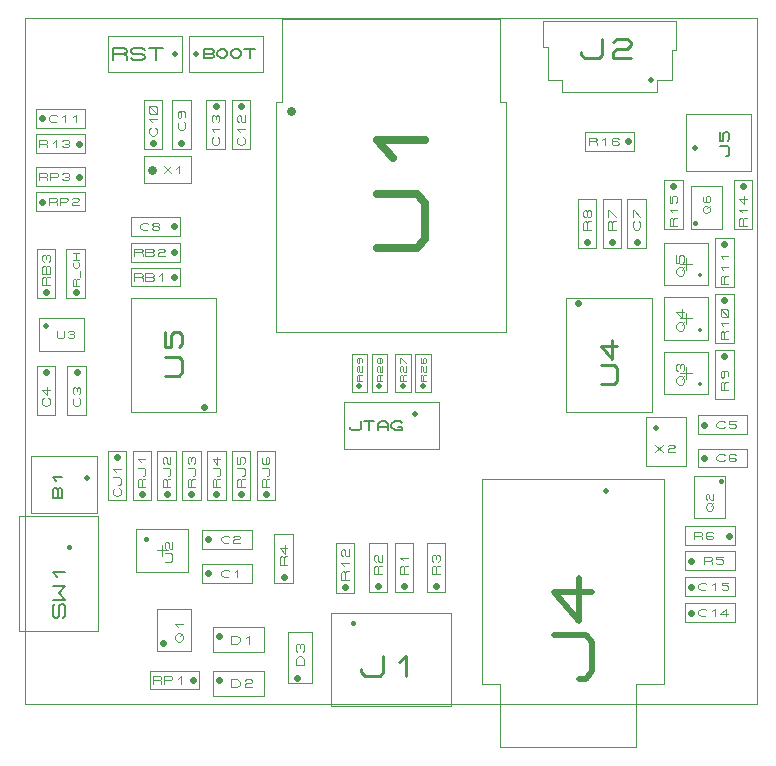
<source format=gbr>
G04 PROTEUS GERBER X2 FILE*
%TF.GenerationSoftware,Labcenter,Proteus,8.17-SP5-Build39395*%
%TF.CreationDate,2025-01-31T21:13:05+00:00*%
%TF.FileFunction,AssemblyDrawing,Top*%
%TF.FilePolarity,Positive*%
%TF.Part,Single*%
%TF.SameCoordinates,{25d9a88a-2623-41a1-bce1-36a6f26497cc}*%
%FSLAX45Y45*%
%MOMM*%
G01*
%TA.AperFunction,Material*%
%ADD142C,0.009910*%
%ADD143C,0.460000*%
%ADD144C,0.283560*%
%ADD52C,0.101600*%
%ADD145C,0.609600*%
%ADD146C,0.114600*%
%ADD147C,0.050000*%
%ADD148C,0.436880*%
%ADD149C,0.108080*%
%ADD150C,0.800000*%
%ADD151C,0.678500*%
%ADD152C,0.571500*%
%ADD153C,0.234820*%
%ADD154C,0.103120*%
%ADD155C,0.480000*%
%ADD156C,0.542260*%
%ADD56C,0.100000*%
%ADD157C,0.400000*%
%ADD158C,0.172830*%
%ADD159C,0.540000*%
%ADD160C,0.131700*%
%ADD161C,0.560000*%
%ADD162C,0.116610*%
%ADD163C,0.502920*%
%ADD164C,0.093040*%
%ADD165C,0.081280*%
%ADD166C,0.500000*%
%ADD167C,0.169640*%
%ADD168C,0.128000*%
%ADD169C,0.720000*%
%ADD170C,0.093780*%
%ADD171C,0.375920*%
%ADD172C,0.267400*%
%TA.AperFunction,Profile*%
%ADD46C,0.101600*%
%TA.AperFunction,Material*%
%ADD173C,0.508000*%
%ADD174C,0.076200*%
%ADD175C,0.129170*%
%ADD176C,0.520000*%
%ADD177C,0.107300*%
%TD.AperFunction*%
D142*
X+2588000Y+768000D02*
X+3612000Y+768000D01*
X+3612000Y-17000D01*
X+2588000Y-17000D01*
X+2588000Y+768000D01*
D143*
X+2780000Y+680000D02*
X+2780000Y+680000D01*
D144*
X+2844792Y+291397D02*
X+2844792Y+263040D01*
X+2876693Y+234684D01*
X+3004297Y+234684D01*
X+3036198Y+263040D01*
X+3036198Y+404823D01*
X+3163802Y+348110D02*
X+3227604Y+404823D01*
X+3227604Y+234684D01*
D52*
X+1596675Y+434920D02*
X+2025575Y+434920D01*
X+2025575Y+646200D01*
X+1596675Y+646200D01*
X+1596675Y+434920D01*
D145*
X+1641125Y+570000D02*
X+1641125Y+570000D01*
D146*
X+1745448Y+506179D02*
X+1745448Y+574941D01*
X+1797019Y+574941D01*
X+1822804Y+552020D01*
X+1822804Y+529100D01*
X+1797019Y+506179D01*
X+1745448Y+506179D01*
X+1874375Y+552020D02*
X+1900161Y+574941D01*
X+1900161Y+506179D01*
D147*
X+944388Y+1116008D02*
X+1384388Y+1116008D01*
X+1384388Y+1476008D01*
X+944388Y+1476008D01*
X+944388Y+1116008D01*
X+1164388Y+1346008D02*
X+1164388Y+1246008D01*
X+1214388Y+1296008D02*
X+1114388Y+1296008D01*
D148*
X+1024388Y+1391008D02*
X+1024388Y+1391008D01*
D149*
X+1184136Y+1198736D02*
X+1238176Y+1198736D01*
X+1248984Y+1210895D01*
X+1248984Y+1259531D01*
X+1238176Y+1271690D01*
X+1184136Y+1271690D01*
X+1194944Y+1308167D02*
X+1184136Y+1320326D01*
X+1184136Y+1356803D01*
X+1194944Y+1368962D01*
X+1205752Y+1368962D01*
X+1216560Y+1356803D01*
X+1216560Y+1320326D01*
X+1227368Y+1308167D01*
X+1248984Y+1308167D01*
X+1248984Y+1368962D01*
D147*
X+2175000Y+5794000D02*
X+4025000Y+5794000D01*
X+4025000Y+5094000D01*
X+4075000Y+5094000D01*
X+4075000Y+3143990D01*
X+2125000Y+3143990D01*
X+2125000Y+5094000D01*
X+2175000Y+5094000D01*
X+2175000Y+5794000D01*
D150*
X+2250000Y+5020000D02*
X+2250000Y+5020000D01*
D151*
X+2980199Y+3858342D02*
X+3319451Y+3858342D01*
X+3387302Y+3934673D01*
X+3387302Y+4240000D01*
X+3319451Y+4316331D01*
X+2980199Y+4316331D01*
X+3115900Y+4621658D02*
X+2980199Y+4774321D01*
X+3387302Y+4774321D01*
D52*
X+4583050Y+2467900D02*
X+5306950Y+2467900D01*
X+5306950Y+3433100D01*
X+4583050Y+3433100D01*
X+4583050Y+2467900D01*
D152*
X+4684650Y+3395000D02*
X+4684650Y+3395000D01*
D153*
X+4874553Y+2705823D02*
X+4991965Y+2705823D01*
X+5015447Y+2732240D01*
X+5015447Y+2837910D01*
X+4991965Y+2864328D01*
X+4874553Y+2864328D01*
X+4968482Y+3075668D02*
X+4968482Y+2917163D01*
X+4874553Y+3022833D01*
X+5015447Y+3022833D01*
D52*
X+3131260Y+940370D02*
X+3288740Y+940370D01*
X+3288740Y+1356930D01*
X+3131260Y+1356930D01*
X+3131260Y+940370D01*
D145*
X+3210000Y+991170D02*
X+3210000Y+991170D01*
D154*
X+3240938Y+1096479D02*
X+3179063Y+1096479D01*
X+3179063Y+1154485D01*
X+3189376Y+1166087D01*
X+3199688Y+1166087D01*
X+3210000Y+1154485D01*
X+3210000Y+1096479D01*
X+3210000Y+1154485D02*
X+3220313Y+1166087D01*
X+3240938Y+1166087D01*
X+3199688Y+1212492D02*
X+3179063Y+1235695D01*
X+3240938Y+1235695D01*
D52*
X+2911260Y+940370D02*
X+3068740Y+940370D01*
X+3068740Y+1356930D01*
X+2911260Y+1356930D01*
X+2911260Y+940370D01*
D145*
X+2990000Y+991170D02*
X+2990000Y+991170D01*
D154*
X+3020938Y+1096479D02*
X+2959063Y+1096479D01*
X+2959063Y+1154485D01*
X+2969376Y+1166087D01*
X+2979688Y+1166087D01*
X+2990000Y+1154485D01*
X+2990000Y+1096479D01*
X+2990000Y+1154485D02*
X+3000313Y+1166087D01*
X+3020938Y+1166087D01*
X+2969376Y+1200891D02*
X+2959063Y+1212492D01*
X+2959063Y+1247296D01*
X+2969376Y+1258898D01*
X+2979688Y+1258898D01*
X+2990000Y+1247296D01*
X+2990000Y+1212492D01*
X+3000313Y+1200891D01*
X+3020938Y+1200891D01*
X+3020938Y+1258898D01*
D52*
X+4891260Y+3856720D02*
X+5048740Y+3856720D01*
X+5048740Y+4273280D01*
X+4891260Y+4273280D01*
X+4891260Y+3856720D01*
D145*
X+4970000Y+3907520D02*
X+4970000Y+3907520D01*
D154*
X+5000938Y+4012829D02*
X+4939063Y+4012829D01*
X+4939063Y+4070835D01*
X+4949376Y+4082437D01*
X+4959688Y+4082437D01*
X+4970000Y+4070835D01*
X+4970000Y+4012829D01*
X+4970000Y+4070835D02*
X+4980313Y+4082437D01*
X+5000938Y+4082437D01*
X+4939063Y+4117241D02*
X+4939063Y+4175248D01*
X+4949376Y+4175248D01*
X+5000938Y+4117241D01*
D52*
X+4681260Y+3856720D02*
X+4838740Y+3856720D01*
X+4838740Y+4273280D01*
X+4681260Y+4273280D01*
X+4681260Y+3856720D01*
D145*
X+4760000Y+3907520D02*
X+4760000Y+3907520D01*
D154*
X+4790938Y+4012829D02*
X+4729063Y+4012829D01*
X+4729063Y+4070835D01*
X+4739376Y+4082437D01*
X+4749688Y+4082437D01*
X+4760000Y+4070835D01*
X+4760000Y+4012829D01*
X+4760000Y+4070835D02*
X+4770313Y+4082437D01*
X+4790938Y+4082437D01*
X+4760000Y+4128842D02*
X+4749688Y+4117241D01*
X+4739376Y+4117241D01*
X+4729063Y+4128842D01*
X+4729063Y+4163646D01*
X+4739376Y+4175248D01*
X+4749688Y+4175248D01*
X+4760000Y+4163646D01*
X+4760000Y+4128842D01*
X+4770313Y+4117241D01*
X+4780625Y+4117241D01*
X+4790938Y+4128842D01*
X+4790938Y+4163646D01*
X+4780625Y+4175248D01*
X+4770313Y+4175248D01*
X+4760000Y+4163646D01*
D147*
X+3872000Y+1898000D02*
X+5410000Y+1898000D01*
X+5410000Y+167000D01*
X+5173000Y+167000D01*
X+5173000Y-372000D01*
X+4023000Y-372000D01*
X+4023000Y+167000D01*
X+3872000Y+167000D01*
X+3872000Y+1898000D01*
D155*
X+4917000Y+1798000D02*
X+4917000Y+1798000D01*
D156*
X+4695227Y+211709D02*
X+4749454Y+211709D01*
X+4803681Y+272714D01*
X+4803681Y+516734D01*
X+4749454Y+577739D01*
X+4478320Y+577739D01*
X+4695227Y+1065780D02*
X+4695227Y+699750D01*
X+4478320Y+943770D01*
X+4803681Y+943770D01*
D52*
X+3401260Y+940370D02*
X+3558740Y+940370D01*
X+3558740Y+1356930D01*
X+3401260Y+1356930D01*
X+3401260Y+940370D01*
D145*
X+3480000Y+991170D02*
X+3480000Y+991170D01*
D154*
X+3510938Y+1096479D02*
X+3449063Y+1096479D01*
X+3449063Y+1154485D01*
X+3459376Y+1166087D01*
X+3469688Y+1166087D01*
X+3480000Y+1154485D01*
X+3480000Y+1096479D01*
X+3480000Y+1154485D02*
X+3490313Y+1166087D01*
X+3510938Y+1166087D01*
X+3459376Y+1200891D02*
X+3449063Y+1212492D01*
X+3449063Y+1247296D01*
X+3459376Y+1258898D01*
X+3469688Y+1258898D01*
X+3480000Y+1247296D01*
X+3490313Y+1258898D01*
X+3500625Y+1258898D01*
X+3510938Y+1247296D01*
X+3510938Y+1212492D01*
X+3500625Y+1200891D01*
X+3480000Y+1224094D02*
X+3480000Y+1247296D01*
D52*
X+2111260Y+1020370D02*
X+2268740Y+1020370D01*
X+2268740Y+1436930D01*
X+2111260Y+1436930D01*
X+2111260Y+1020370D01*
D145*
X+2190000Y+1071170D02*
X+2190000Y+1071170D01*
D154*
X+2220938Y+1176479D02*
X+2159063Y+1176479D01*
X+2159063Y+1234485D01*
X+2169376Y+1246087D01*
X+2179688Y+1246087D01*
X+2190000Y+1234485D01*
X+2190000Y+1176479D01*
X+2190000Y+1234485D02*
X+2200313Y+1246087D01*
X+2220938Y+1246087D01*
X+2200313Y+1338898D02*
X+2200313Y+1269290D01*
X+2159063Y+1315695D01*
X+2220938Y+1315695D01*
D56*
X-49120Y+615000D02*
X+620880Y+615000D01*
X+620880Y+1585000D01*
X-49120Y+1585000D01*
X-49120Y+615000D01*
D157*
X+370880Y+1325000D02*
X+370880Y+1325000D01*
D158*
X+320447Y+724175D02*
X+337731Y+743618D01*
X+337731Y+821393D01*
X+320447Y+840837D01*
X+303164Y+840837D01*
X+285880Y+821393D01*
X+285880Y+743618D01*
X+268597Y+724175D01*
X+251314Y+724175D01*
X+234030Y+743618D01*
X+234030Y+821393D01*
X+251314Y+840837D01*
X+234030Y+879725D02*
X+337731Y+879725D01*
X+285880Y+938056D01*
X+337731Y+996387D01*
X+234030Y+996387D01*
X+268597Y+1074162D02*
X+234030Y+1113050D01*
X+337731Y+1113050D01*
D52*
X+51608Y+1616060D02*
X+607100Y+1616060D01*
X+607100Y+2096060D01*
X+51608Y+2096060D01*
X+51608Y+1616060D01*
D159*
X+529600Y+1906060D02*
X+529600Y+1906060D01*
D160*
X+316615Y+1737529D02*
X+237594Y+1737529D01*
X+237594Y+1811610D01*
X+250764Y+1826427D01*
X+263934Y+1826427D01*
X+277104Y+1811610D01*
X+290275Y+1826427D01*
X+303445Y+1826427D01*
X+316615Y+1811610D01*
X+316615Y+1737529D01*
X+277104Y+1737529D02*
X+277104Y+1811610D01*
X+263934Y+1885692D02*
X+237594Y+1915325D01*
X+316615Y+1915325D01*
D52*
X+1120616Y+443834D02*
X+1410608Y+443834D01*
X+1410608Y+803834D01*
X+1120616Y+803834D01*
X+1120616Y+443834D01*
D161*
X+1170616Y+513834D02*
X+1170616Y+513834D01*
D162*
X+1292951Y+518883D02*
X+1269628Y+545120D01*
X+1269628Y+571358D01*
X+1292951Y+597596D01*
X+1316273Y+597596D01*
X+1339596Y+571358D01*
X+1339596Y+545120D01*
X+1316273Y+518883D01*
X+1292951Y+518883D01*
X+1316273Y+571358D02*
X+1339596Y+597596D01*
X+1292951Y+650071D02*
X+1269628Y+676309D01*
X+1339596Y+676309D01*
D52*
X+1596675Y+64920D02*
X+2025575Y+64920D01*
X+2025575Y+276200D01*
X+1596675Y+276200D01*
X+1596675Y+64920D01*
D145*
X+1641125Y+200000D02*
X+1641125Y+200000D01*
D146*
X+1745448Y+136179D02*
X+1745448Y+204941D01*
X+1797019Y+204941D01*
X+1822804Y+182020D01*
X+1822804Y+159100D01*
X+1797019Y+136179D01*
X+1745448Y+136179D01*
X+1861482Y+193481D02*
X+1874375Y+204941D01*
X+1913053Y+204941D01*
X+1925946Y+193481D01*
X+1925946Y+182020D01*
X+1913053Y+170560D01*
X+1874375Y+170560D01*
X+1861482Y+159100D01*
X+1861482Y+136179D01*
X+1925946Y+136179D01*
D52*
X+1057332Y+121260D02*
X+1473892Y+121260D01*
X+1473892Y+278740D01*
X+1057332Y+278740D01*
X+1057332Y+121260D01*
D145*
X+1423092Y+200000D02*
X+1423092Y+200000D01*
D154*
X+1085756Y+169062D02*
X+1085756Y+230937D01*
X+1143762Y+230937D01*
X+1155364Y+220624D01*
X+1155364Y+210312D01*
X+1143762Y+200000D01*
X+1085756Y+200000D01*
X+1143762Y+200000D02*
X+1155364Y+189687D01*
X+1155364Y+169062D01*
X+1178567Y+169062D02*
X+1178567Y+230937D01*
X+1236573Y+230937D01*
X+1248175Y+220624D01*
X+1248175Y+210312D01*
X+1236573Y+200000D01*
X+1178567Y+200000D01*
X+1294580Y+210312D02*
X+1317783Y+230937D01*
X+1317783Y+169062D01*
D52*
X+1503358Y+1022268D02*
X+1919918Y+1022268D01*
X+1919918Y+1179748D01*
X+1503358Y+1179748D01*
X+1503358Y+1022268D01*
D145*
X+1554158Y+1101008D02*
X+1554158Y+1101008D01*
D154*
X+1729075Y+1080383D02*
X+1717473Y+1070070D01*
X+1682669Y+1070070D01*
X+1659467Y+1090695D01*
X+1659467Y+1111320D01*
X+1682669Y+1131945D01*
X+1717473Y+1131945D01*
X+1729075Y+1121632D01*
X+1775480Y+1111320D02*
X+1798683Y+1131945D01*
X+1798683Y+1070070D01*
D52*
X+1503358Y+1312268D02*
X+1919918Y+1312268D01*
X+1919918Y+1469748D01*
X+1503358Y+1469748D01*
X+1503358Y+1312268D01*
D145*
X+1554158Y+1391008D02*
X+1554158Y+1391008D01*
D154*
X+1729075Y+1370383D02*
X+1717473Y+1360070D01*
X+1682669Y+1360070D01*
X+1659467Y+1380695D01*
X+1659467Y+1401320D01*
X+1682669Y+1421945D01*
X+1717473Y+1421945D01*
X+1729075Y+1411632D01*
X+1763879Y+1411632D02*
X+1775480Y+1421945D01*
X+1810284Y+1421945D01*
X+1821886Y+1411632D01*
X+1821886Y+1401320D01*
X+1810284Y+1391008D01*
X+1775480Y+1391008D01*
X+1763879Y+1380695D01*
X+1763879Y+1360070D01*
X+1821886Y+1360070D01*
D52*
X+116500Y+2983120D02*
X+502580Y+2983120D01*
X+502580Y+3267600D01*
X+116500Y+3267600D01*
X+116500Y+2983120D01*
D163*
X+180000Y+3199020D02*
X+180000Y+3199020D01*
D164*
X+270120Y+3153274D02*
X+270120Y+3106750D01*
X+280587Y+3097445D01*
X+322459Y+3097445D01*
X+332927Y+3106750D01*
X+332927Y+3153274D01*
X+364330Y+3143969D02*
X+374798Y+3153274D01*
X+406202Y+3153274D01*
X+416670Y+3143969D01*
X+416670Y+3134664D01*
X+406202Y+3125360D01*
X+416670Y+3116055D01*
X+416670Y+3106750D01*
X+406202Y+3097445D01*
X+374798Y+3097445D01*
X+364330Y+3106750D01*
X+385266Y+3125360D02*
X+406202Y+3125360D01*
D52*
X+359420Y+2441445D02*
X+516900Y+2441445D01*
X+516900Y+2858005D01*
X+359420Y+2858005D01*
X+359420Y+2441445D01*
D145*
X+438160Y+2807205D02*
X+438160Y+2807205D01*
D154*
X+458785Y+2585882D02*
X+469098Y+2574280D01*
X+469098Y+2539476D01*
X+448473Y+2516274D01*
X+427848Y+2516274D01*
X+407223Y+2539476D01*
X+407223Y+2574280D01*
X+417536Y+2585882D01*
X+417536Y+2620686D02*
X+407223Y+2632287D01*
X+407223Y+2667091D01*
X+417536Y+2678693D01*
X+427848Y+2678693D01*
X+438160Y+2667091D01*
X+448473Y+2678693D01*
X+458785Y+2678693D01*
X+469098Y+2667091D01*
X+469098Y+2632287D01*
X+458785Y+2620686D01*
X+438160Y+2643889D02*
X+438160Y+2667091D01*
D52*
X+351260Y+3434240D02*
X+508740Y+3434240D01*
X+508740Y+3850800D01*
X+351260Y+3850800D01*
X+351260Y+3434240D01*
D145*
X+430000Y+3485040D02*
X+430000Y+3485040D01*
D165*
X+454384Y+3536856D02*
X+405616Y+3536856D01*
X+405616Y+3582576D01*
X+413744Y+3591720D01*
X+421872Y+3591720D01*
X+430000Y+3582576D01*
X+430000Y+3536856D01*
X+430000Y+3582576D02*
X+438128Y+3591720D01*
X+454384Y+3591720D01*
X+462512Y+3610008D02*
X+462512Y+3664872D01*
X+446256Y+3738024D02*
X+454384Y+3728880D01*
X+454384Y+3701448D01*
X+438128Y+3683160D01*
X+421872Y+3683160D01*
X+405616Y+3701448D01*
X+405616Y+3728880D01*
X+413744Y+3738024D01*
X+454384Y+3756312D02*
X+405616Y+3756312D01*
X+405616Y+3811176D02*
X+454384Y+3811176D01*
X+430000Y+3756312D02*
X+430000Y+3811176D01*
D52*
X+101260Y+3434240D02*
X+258740Y+3434240D01*
X+258740Y+3850800D01*
X+101260Y+3850800D01*
X+101260Y+3434240D01*
D145*
X+180000Y+3485040D02*
X+180000Y+3485040D01*
D154*
X+210938Y+3543944D02*
X+149063Y+3543944D01*
X+149063Y+3601950D01*
X+159376Y+3613552D01*
X+169688Y+3613552D01*
X+180000Y+3601950D01*
X+180000Y+3543944D01*
X+180000Y+3601950D02*
X+190313Y+3613552D01*
X+210938Y+3613552D01*
X+210938Y+3636755D02*
X+149063Y+3636755D01*
X+149063Y+3694761D01*
X+159376Y+3706363D01*
X+169688Y+3706363D01*
X+180000Y+3694761D01*
X+190313Y+3706363D01*
X+200625Y+3706363D01*
X+210938Y+3694761D01*
X+210938Y+3636755D01*
X+180000Y+3636755D02*
X+180000Y+3694761D01*
X+159376Y+3741167D02*
X+149063Y+3752768D01*
X+149063Y+3787572D01*
X+159376Y+3799174D01*
X+169688Y+3799174D01*
X+180000Y+3787572D01*
X+190313Y+3799174D01*
X+200625Y+3799174D01*
X+210938Y+3787572D01*
X+210938Y+3752768D01*
X+200625Y+3741167D01*
X+180000Y+3764370D02*
X+180000Y+3787572D01*
D52*
X+100340Y+2441445D02*
X+257820Y+2441445D01*
X+257820Y+2858005D01*
X+100340Y+2858005D01*
X+100340Y+2441445D01*
D145*
X+179080Y+2807205D02*
X+179080Y+2807205D01*
D154*
X+199705Y+2585882D02*
X+210018Y+2574280D01*
X+210018Y+2539476D01*
X+189393Y+2516274D01*
X+168768Y+2516274D01*
X+148143Y+2539476D01*
X+148143Y+2574280D01*
X+158456Y+2585882D01*
X+189393Y+2678693D02*
X+189393Y+2609085D01*
X+148143Y+2655490D01*
X+210018Y+2655490D01*
D52*
X+897700Y+2471900D02*
X+1621600Y+2471900D01*
X+1621600Y+3437100D01*
X+897700Y+3437100D01*
X+897700Y+2471900D01*
D152*
X+1520000Y+2510000D02*
X+1520000Y+2510000D01*
D153*
X+1189203Y+2776497D02*
X+1306615Y+2776497D01*
X+1330097Y+2802914D01*
X+1330097Y+2908584D01*
X+1306615Y+2935002D01*
X+1189203Y+2935002D01*
X+1189203Y+3146342D02*
X+1189203Y+3014254D01*
X+1236168Y+3014254D01*
X+1236168Y+3119924D01*
X+1259650Y+3146342D01*
X+1306615Y+3146342D01*
X+1330097Y+3119924D01*
X+1330097Y+3040672D01*
X+1306615Y+3014254D01*
D52*
X+1331260Y+1724860D02*
X+1488740Y+1724860D01*
X+1488740Y+2141420D01*
X+1331260Y+2141420D01*
X+1331260Y+1724860D01*
D145*
X+1410000Y+1775660D02*
X+1410000Y+1775660D01*
D154*
X+1440938Y+1834564D02*
X+1379063Y+1834564D01*
X+1379063Y+1892570D01*
X+1389376Y+1904172D01*
X+1399688Y+1904172D01*
X+1410000Y+1892570D01*
X+1410000Y+1834564D01*
X+1410000Y+1892570D02*
X+1420313Y+1904172D01*
X+1440938Y+1904172D01*
X+1420313Y+1927375D02*
X+1430625Y+1927375D01*
X+1440938Y+1938976D01*
X+1440938Y+1985381D01*
X+1430625Y+1996983D01*
X+1379063Y+1996983D01*
X+1389376Y+2031787D02*
X+1379063Y+2043388D01*
X+1379063Y+2078192D01*
X+1389376Y+2089794D01*
X+1399688Y+2089794D01*
X+1410000Y+2078192D01*
X+1420313Y+2089794D01*
X+1430625Y+2089794D01*
X+1440938Y+2078192D01*
X+1440938Y+2043388D01*
X+1430625Y+2031787D01*
X+1410000Y+2054990D02*
X+1410000Y+2078192D01*
D52*
X+1541260Y+1724860D02*
X+1698740Y+1724860D01*
X+1698740Y+2141420D01*
X+1541260Y+2141420D01*
X+1541260Y+1724860D01*
D145*
X+1620000Y+1775660D02*
X+1620000Y+1775660D01*
D154*
X+1650938Y+1834564D02*
X+1589063Y+1834564D01*
X+1589063Y+1892570D01*
X+1599376Y+1904172D01*
X+1609688Y+1904172D01*
X+1620000Y+1892570D01*
X+1620000Y+1834564D01*
X+1620000Y+1892570D02*
X+1630313Y+1904172D01*
X+1650938Y+1904172D01*
X+1630313Y+1927375D02*
X+1640625Y+1927375D01*
X+1650938Y+1938976D01*
X+1650938Y+1985381D01*
X+1640625Y+1996983D01*
X+1589063Y+1996983D01*
X+1630313Y+2089794D02*
X+1630313Y+2020186D01*
X+1589063Y+2066591D01*
X+1650938Y+2066591D01*
D52*
X+1751260Y+1724860D02*
X+1908740Y+1724860D01*
X+1908740Y+2141420D01*
X+1751260Y+2141420D01*
X+1751260Y+1724860D01*
D145*
X+1830000Y+1775660D02*
X+1830000Y+1775660D01*
D154*
X+1860938Y+1834564D02*
X+1799063Y+1834564D01*
X+1799063Y+1892570D01*
X+1809376Y+1904172D01*
X+1819688Y+1904172D01*
X+1830000Y+1892570D01*
X+1830000Y+1834564D01*
X+1830000Y+1892570D02*
X+1840313Y+1904172D01*
X+1860938Y+1904172D01*
X+1840313Y+1927375D02*
X+1850625Y+1927375D01*
X+1860938Y+1938976D01*
X+1860938Y+1985381D01*
X+1850625Y+1996983D01*
X+1799063Y+1996983D01*
X+1799063Y+2089794D02*
X+1799063Y+2031787D01*
X+1819688Y+2031787D01*
X+1819688Y+2078192D01*
X+1830000Y+2089794D01*
X+1850625Y+2089794D01*
X+1860938Y+2078192D01*
X+1860938Y+2043388D01*
X+1850625Y+2031787D01*
D52*
X+1961260Y+1724860D02*
X+2118740Y+1724860D01*
X+2118740Y+2141420D01*
X+1961260Y+2141420D01*
X+1961260Y+1724860D01*
D145*
X+2040000Y+1775660D02*
X+2040000Y+1775660D01*
D154*
X+2070938Y+1834564D02*
X+2009063Y+1834564D01*
X+2009063Y+1892570D01*
X+2019376Y+1904172D01*
X+2029688Y+1904172D01*
X+2040000Y+1892570D01*
X+2040000Y+1834564D01*
X+2040000Y+1892570D02*
X+2050313Y+1904172D01*
X+2070938Y+1904172D01*
X+2050313Y+1927375D02*
X+2060625Y+1927375D01*
X+2070938Y+1938976D01*
X+2070938Y+1985381D01*
X+2060625Y+1996983D01*
X+2009063Y+1996983D01*
X+2019376Y+2089794D02*
X+2009063Y+2078192D01*
X+2009063Y+2043388D01*
X+2019376Y+2031787D01*
X+2060625Y+2031787D01*
X+2070938Y+2043388D01*
X+2070938Y+2078192D01*
X+2060625Y+2089794D01*
X+2050313Y+2089794D01*
X+2040000Y+2078192D01*
X+2040000Y+2031787D01*
D52*
X+911260Y+1724860D02*
X+1068740Y+1724860D01*
X+1068740Y+2141420D01*
X+911260Y+2141420D01*
X+911260Y+1724860D01*
D145*
X+990000Y+1775660D02*
X+990000Y+1775660D01*
D154*
X+1020938Y+1834564D02*
X+959063Y+1834564D01*
X+959063Y+1892570D01*
X+969376Y+1904172D01*
X+979688Y+1904172D01*
X+990000Y+1892570D01*
X+990000Y+1834564D01*
X+990000Y+1892570D02*
X+1000313Y+1904172D01*
X+1020938Y+1904172D01*
X+1000313Y+1927375D02*
X+1010625Y+1927375D01*
X+1020938Y+1938976D01*
X+1020938Y+1985381D01*
X+1010625Y+1996983D01*
X+959063Y+1996983D01*
X+979688Y+2043388D02*
X+959063Y+2066591D01*
X+1020938Y+2066591D01*
D52*
X+1121260Y+1724860D02*
X+1278740Y+1724860D01*
X+1278740Y+2141420D01*
X+1121260Y+2141420D01*
X+1121260Y+1724860D01*
D145*
X+1200000Y+1775660D02*
X+1200000Y+1775660D01*
D154*
X+1230938Y+1834564D02*
X+1169063Y+1834564D01*
X+1169063Y+1892570D01*
X+1179376Y+1904172D01*
X+1189688Y+1904172D01*
X+1200000Y+1892570D01*
X+1200000Y+1834564D01*
X+1200000Y+1892570D02*
X+1210313Y+1904172D01*
X+1230938Y+1904172D01*
X+1210313Y+1927375D02*
X+1220625Y+1927375D01*
X+1230938Y+1938976D01*
X+1230938Y+1985381D01*
X+1220625Y+1996983D01*
X+1169063Y+1996983D01*
X+1179376Y+2031787D02*
X+1169063Y+2043388D01*
X+1169063Y+2078192D01*
X+1179376Y+2089794D01*
X+1189688Y+2089794D01*
X+1200000Y+2078192D01*
X+1200000Y+2043388D01*
X+1210313Y+2031787D01*
X+1230938Y+2031787D01*
X+1230938Y+2089794D01*
D52*
X+701260Y+1724860D02*
X+858740Y+1724860D01*
X+858740Y+2141420D01*
X+701260Y+2141420D01*
X+701260Y+1724860D01*
D145*
X+780000Y+2090620D02*
X+780000Y+2090620D01*
D154*
X+800625Y+1822892D02*
X+810938Y+1811290D01*
X+810938Y+1776486D01*
X+790313Y+1753284D01*
X+769688Y+1753284D01*
X+749063Y+1776486D01*
X+749063Y+1811290D01*
X+759376Y+1822892D01*
X+790313Y+1846095D02*
X+800625Y+1846095D01*
X+810938Y+1857696D01*
X+810938Y+1904101D01*
X+800625Y+1915703D01*
X+749063Y+1915703D01*
X+769688Y+1962108D02*
X+749063Y+1985311D01*
X+810938Y+1985311D01*
D52*
X+899200Y+3741260D02*
X+1315760Y+3741260D01*
X+1315760Y+3898740D01*
X+899200Y+3898740D01*
X+899200Y+3741260D01*
D145*
X+1264960Y+3820000D02*
X+1264960Y+3820000D01*
D154*
X+927624Y+3789062D02*
X+927624Y+3850937D01*
X+985630Y+3850937D01*
X+997232Y+3840624D01*
X+997232Y+3830312D01*
X+985630Y+3820000D01*
X+927624Y+3820000D01*
X+985630Y+3820000D02*
X+997232Y+3809687D01*
X+997232Y+3789062D01*
X+1020435Y+3789062D02*
X+1020435Y+3850937D01*
X+1078441Y+3850937D01*
X+1090043Y+3840624D01*
X+1090043Y+3830312D01*
X+1078441Y+3820000D01*
X+1090043Y+3809687D01*
X+1090043Y+3799375D01*
X+1078441Y+3789062D01*
X+1020435Y+3789062D01*
X+1020435Y+3820000D02*
X+1078441Y+3820000D01*
X+1124847Y+3840624D02*
X+1136448Y+3850937D01*
X+1171252Y+3850937D01*
X+1182854Y+3840624D01*
X+1182854Y+3830312D01*
X+1171252Y+3820000D01*
X+1136448Y+3820000D01*
X+1124847Y+3809687D01*
X+1124847Y+3789062D01*
X+1182854Y+3789062D01*
D52*
X+899200Y+3531260D02*
X+1315760Y+3531260D01*
X+1315760Y+3688740D01*
X+899200Y+3688740D01*
X+899200Y+3531260D01*
D145*
X+1264960Y+3610000D02*
X+1264960Y+3610000D01*
D154*
X+927624Y+3579062D02*
X+927624Y+3640937D01*
X+985630Y+3640937D01*
X+997232Y+3630624D01*
X+997232Y+3620312D01*
X+985630Y+3610000D01*
X+927624Y+3610000D01*
X+985630Y+3610000D02*
X+997232Y+3599687D01*
X+997232Y+3579062D01*
X+1020435Y+3579062D02*
X+1020435Y+3640937D01*
X+1078441Y+3640937D01*
X+1090043Y+3630624D01*
X+1090043Y+3620312D01*
X+1078441Y+3610000D01*
X+1090043Y+3599687D01*
X+1090043Y+3589375D01*
X+1078441Y+3579062D01*
X+1020435Y+3579062D01*
X+1020435Y+3610000D02*
X+1078441Y+3610000D01*
X+1136448Y+3620312D02*
X+1159651Y+3640937D01*
X+1159651Y+3579062D01*
D52*
X+899200Y+3961260D02*
X+1315760Y+3961260D01*
X+1315760Y+4118740D01*
X+899200Y+4118740D01*
X+899200Y+3961260D01*
D145*
X+1264960Y+4040000D02*
X+1264960Y+4040000D01*
D154*
X+1043637Y+4019375D02*
X+1032035Y+4009062D01*
X+997231Y+4009062D01*
X+974029Y+4029687D01*
X+974029Y+4050312D01*
X+997231Y+4070937D01*
X+1032035Y+4070937D01*
X+1043637Y+4060624D01*
X+1090042Y+4040000D02*
X+1078441Y+4050312D01*
X+1078441Y+4060624D01*
X+1090042Y+4070937D01*
X+1124846Y+4070937D01*
X+1136448Y+4060624D01*
X+1136448Y+4050312D01*
X+1124846Y+4040000D01*
X+1090042Y+4040000D01*
X+1078441Y+4029687D01*
X+1078441Y+4019375D01*
X+1090042Y+4009062D01*
X+1124846Y+4009062D01*
X+1136448Y+4019375D01*
X+1136448Y+4029687D01*
X+1124846Y+4040000D01*
D52*
X+1751260Y+4696720D02*
X+1908740Y+4696720D01*
X+1908740Y+5113280D01*
X+1751260Y+5113280D01*
X+1751260Y+4696720D01*
D145*
X+1830000Y+5062480D02*
X+1830000Y+5062480D01*
D154*
X+1850625Y+4794752D02*
X+1860938Y+4783150D01*
X+1860938Y+4748346D01*
X+1840313Y+4725144D01*
X+1819688Y+4725144D01*
X+1799063Y+4748346D01*
X+1799063Y+4783150D01*
X+1809376Y+4794752D01*
X+1819688Y+4841157D02*
X+1799063Y+4864360D01*
X+1860938Y+4864360D01*
X+1809376Y+4922367D02*
X+1799063Y+4933968D01*
X+1799063Y+4968772D01*
X+1809376Y+4980374D01*
X+1819688Y+4980374D01*
X+1830000Y+4968772D01*
X+1830000Y+4933968D01*
X+1840313Y+4922367D01*
X+1860938Y+4922367D01*
X+1860938Y+4980374D01*
D52*
X+1536260Y+4696720D02*
X+1693740Y+4696720D01*
X+1693740Y+5113280D01*
X+1536260Y+5113280D01*
X+1536260Y+4696720D01*
D145*
X+1615000Y+5062480D02*
X+1615000Y+5062480D01*
D154*
X+1635625Y+4794752D02*
X+1645938Y+4783150D01*
X+1645938Y+4748346D01*
X+1625313Y+4725144D01*
X+1604688Y+4725144D01*
X+1584063Y+4748346D01*
X+1584063Y+4783150D01*
X+1594376Y+4794752D01*
X+1604688Y+4841157D02*
X+1584063Y+4864360D01*
X+1645938Y+4864360D01*
X+1594376Y+4922367D02*
X+1584063Y+4933968D01*
X+1584063Y+4968772D01*
X+1594376Y+4980374D01*
X+1604688Y+4980374D01*
X+1615000Y+4968772D01*
X+1625313Y+4980374D01*
X+1635625Y+4980374D01*
X+1645938Y+4968772D01*
X+1645938Y+4933968D01*
X+1635625Y+4922367D01*
X+1615000Y+4945570D02*
X+1615000Y+4968772D01*
D52*
X+91720Y+4171260D02*
X+508280Y+4171260D01*
X+508280Y+4328740D01*
X+91720Y+4328740D01*
X+91720Y+4171260D01*
D145*
X+142520Y+4250000D02*
X+142520Y+4250000D01*
D154*
X+201424Y+4219062D02*
X+201424Y+4280937D01*
X+259430Y+4280937D01*
X+271032Y+4270624D01*
X+271032Y+4260312D01*
X+259430Y+4250000D01*
X+201424Y+4250000D01*
X+259430Y+4250000D02*
X+271032Y+4239687D01*
X+271032Y+4219062D01*
X+294235Y+4219062D02*
X+294235Y+4280937D01*
X+352241Y+4280937D01*
X+363843Y+4270624D01*
X+363843Y+4260312D01*
X+352241Y+4250000D01*
X+294235Y+4250000D01*
X+398647Y+4270624D02*
X+410248Y+4280937D01*
X+445052Y+4280937D01*
X+456654Y+4270624D01*
X+456654Y+4260312D01*
X+445052Y+4250000D01*
X+410248Y+4250000D01*
X+398647Y+4239687D01*
X+398647Y+4219062D01*
X+456654Y+4219062D01*
D52*
X+91720Y+4381260D02*
X+508280Y+4381260D01*
X+508280Y+4538740D01*
X+91720Y+4538740D01*
X+91720Y+4381260D01*
D145*
X+457480Y+4460000D02*
X+457480Y+4460000D01*
D154*
X+120144Y+4429062D02*
X+120144Y+4490937D01*
X+178150Y+4490937D01*
X+189752Y+4480624D01*
X+189752Y+4470312D01*
X+178150Y+4460000D01*
X+120144Y+4460000D01*
X+178150Y+4460000D02*
X+189752Y+4449687D01*
X+189752Y+4429062D01*
X+212955Y+4429062D02*
X+212955Y+4490937D01*
X+270961Y+4490937D01*
X+282563Y+4480624D01*
X+282563Y+4470312D01*
X+270961Y+4460000D01*
X+212955Y+4460000D01*
X+317367Y+4480624D02*
X+328968Y+4490937D01*
X+363772Y+4490937D01*
X+375374Y+4480624D01*
X+375374Y+4470312D01*
X+363772Y+4460000D01*
X+375374Y+4449687D01*
X+375374Y+4439375D01*
X+363772Y+4429062D01*
X+328968Y+4429062D01*
X+317367Y+4439375D01*
X+340570Y+4460000D02*
X+363772Y+4460000D01*
D52*
X+707500Y+5344920D02*
X+1332500Y+5344920D01*
X+1332500Y+5655080D01*
X+707500Y+5655080D01*
X+707500Y+5344920D01*
D166*
X+1270000Y+5500000D02*
X+1270000Y+5500000D01*
D167*
X+747229Y+5449106D02*
X+747229Y+5550893D01*
X+842654Y+5550893D01*
X+861739Y+5533929D01*
X+861739Y+5516964D01*
X+842654Y+5500000D01*
X+747229Y+5500000D01*
X+842654Y+5500000D02*
X+861739Y+5483035D01*
X+861739Y+5449106D01*
X+899910Y+5466070D02*
X+918995Y+5449106D01*
X+995335Y+5449106D01*
X+1014420Y+5466070D01*
X+1014420Y+5483035D01*
X+995335Y+5500000D01*
X+918995Y+5500000D01*
X+899910Y+5516964D01*
X+899910Y+5533929D01*
X+918995Y+5550893D01*
X+995335Y+5550893D01*
X+1014420Y+5533929D01*
X+1052591Y+5550893D02*
X+1167101Y+5550893D01*
X+1109846Y+5550893D02*
X+1109846Y+5449106D01*
D52*
X+91720Y+4875200D02*
X+508280Y+4875200D01*
X+508280Y+5032680D01*
X+91720Y+5032680D01*
X+91720Y+4875200D01*
D145*
X+142520Y+4953940D02*
X+142520Y+4953940D01*
D154*
X+271032Y+4933315D02*
X+259430Y+4923002D01*
X+224626Y+4923002D01*
X+201424Y+4943627D01*
X+201424Y+4964252D01*
X+224626Y+4984877D01*
X+259430Y+4984877D01*
X+271032Y+4974564D01*
X+317437Y+4964252D02*
X+340640Y+4984877D01*
X+340640Y+4923002D01*
X+410248Y+4964252D02*
X+433451Y+4984877D01*
X+433451Y+4923002D01*
D52*
X+91720Y+4660200D02*
X+508280Y+4660200D01*
X+508280Y+4817680D01*
X+91720Y+4817680D01*
X+91720Y+4660200D01*
D145*
X+457480Y+4738940D02*
X+457480Y+4738940D01*
D154*
X+120144Y+4708002D02*
X+120144Y+4769877D01*
X+178150Y+4769877D01*
X+189752Y+4759564D01*
X+189752Y+4749252D01*
X+178150Y+4738940D01*
X+120144Y+4738940D01*
X+178150Y+4738940D02*
X+189752Y+4728627D01*
X+189752Y+4708002D01*
X+236157Y+4749252D02*
X+259360Y+4769877D01*
X+259360Y+4708002D01*
X+317367Y+4759564D02*
X+328968Y+4769877D01*
X+363772Y+4769877D01*
X+375374Y+4759564D01*
X+375374Y+4749252D01*
X+363772Y+4738940D01*
X+375374Y+4728627D01*
X+375374Y+4718315D01*
X+363772Y+4708002D01*
X+328968Y+4708002D01*
X+317367Y+4718315D01*
X+340570Y+4738940D02*
X+363772Y+4738940D01*
D52*
X+1387500Y+5344920D02*
X+2012500Y+5344920D01*
X+2012500Y+5655080D01*
X+1387500Y+5655080D01*
X+1387500Y+5344920D01*
D166*
X+1450000Y+5500000D02*
X+1450000Y+5500000D01*
D168*
X+1513348Y+5461599D02*
X+1513348Y+5538400D01*
X+1585348Y+5538400D01*
X+1599748Y+5525600D01*
X+1599748Y+5512800D01*
X+1585348Y+5500000D01*
X+1599748Y+5487199D01*
X+1599748Y+5474399D01*
X+1585348Y+5461599D01*
X+1513348Y+5461599D01*
X+1513348Y+5500000D02*
X+1585348Y+5500000D01*
X+1628549Y+5512800D02*
X+1657349Y+5538400D01*
X+1686149Y+5538400D01*
X+1714949Y+5512800D01*
X+1714949Y+5487199D01*
X+1686149Y+5461599D01*
X+1657349Y+5461599D01*
X+1628549Y+5487199D01*
X+1628549Y+5512800D01*
X+1743750Y+5512800D02*
X+1772550Y+5538400D01*
X+1801350Y+5538400D01*
X+1830150Y+5512800D01*
X+1830150Y+5487199D01*
X+1801350Y+5461599D01*
X+1772550Y+5461599D01*
X+1743750Y+5487199D01*
X+1743750Y+5512800D01*
X+1858951Y+5538400D02*
X+1945351Y+5538400D01*
X+1902151Y+5538400D02*
X+1902151Y+5461599D01*
D52*
X+5591720Y+691260D02*
X+6008280Y+691260D01*
X+6008280Y+848740D01*
X+5591720Y+848740D01*
X+5591720Y+691260D01*
D145*
X+5642520Y+770000D02*
X+5642520Y+770000D01*
D154*
X+5771032Y+749375D02*
X+5759430Y+739062D01*
X+5724626Y+739062D01*
X+5701424Y+759687D01*
X+5701424Y+780312D01*
X+5724626Y+800937D01*
X+5759430Y+800937D01*
X+5771032Y+790624D01*
X+5817437Y+780312D02*
X+5840640Y+800937D01*
X+5840640Y+739062D01*
X+5956654Y+759687D02*
X+5887046Y+759687D01*
X+5933451Y+800937D01*
X+5933451Y+739062D01*
D52*
X+5591720Y+911260D02*
X+6008280Y+911260D01*
X+6008280Y+1068740D01*
X+5591720Y+1068740D01*
X+5591720Y+911260D01*
D145*
X+5642520Y+990000D02*
X+5642520Y+990000D01*
D154*
X+5771032Y+969375D02*
X+5759430Y+959062D01*
X+5724626Y+959062D01*
X+5701424Y+979687D01*
X+5701424Y+1000312D01*
X+5724626Y+1020937D01*
X+5759430Y+1020937D01*
X+5771032Y+1010624D01*
X+5817437Y+1000312D02*
X+5840640Y+1020937D01*
X+5840640Y+959062D01*
X+5956654Y+1020937D02*
X+5898647Y+1020937D01*
X+5898647Y+1000312D01*
X+5945052Y+1000312D01*
X+5956654Y+990000D01*
X+5956654Y+969375D01*
X+5945052Y+959062D01*
X+5910248Y+959062D01*
X+5898647Y+969375D01*
D147*
X+1405000Y+4635000D02*
X+1005000Y+4635000D01*
X+1005000Y+4405000D01*
X+1405000Y+4405000D01*
X+1405000Y+4635000D01*
D169*
X+1080000Y+4520000D02*
X+1080000Y+4520000D01*
D170*
X+1177348Y+4548134D02*
X+1240649Y+4491866D01*
X+1177348Y+4491866D02*
X+1240649Y+4548134D01*
X+1282850Y+4529378D02*
X+1303951Y+4548134D01*
X+1303951Y+4491866D01*
D52*
X+1246260Y+4696720D02*
X+1403740Y+4696720D01*
X+1403740Y+5113280D01*
X+1246260Y+5113280D01*
X+1246260Y+4696720D01*
D145*
X+1325000Y+4747520D02*
X+1325000Y+4747520D01*
D154*
X+1345625Y+4922437D02*
X+1355938Y+4910835D01*
X+1355938Y+4876031D01*
X+1335313Y+4852829D01*
X+1314688Y+4852829D01*
X+1294063Y+4876031D01*
X+1294063Y+4910835D01*
X+1304376Y+4922437D01*
X+1314688Y+5015248D02*
X+1325000Y+5003646D01*
X+1325000Y+4968842D01*
X+1314688Y+4957241D01*
X+1304376Y+4957241D01*
X+1294063Y+4968842D01*
X+1294063Y+5003646D01*
X+1304376Y+5015248D01*
X+1345625Y+5015248D01*
X+1355938Y+5003646D01*
X+1355938Y+4968842D01*
D52*
X+1006260Y+4696720D02*
X+1163740Y+4696720D01*
X+1163740Y+5113280D01*
X+1006260Y+5113280D01*
X+1006260Y+4696720D01*
D145*
X+1085000Y+4747520D02*
X+1085000Y+4747520D01*
D154*
X+1105625Y+4876032D02*
X+1115938Y+4864430D01*
X+1115938Y+4829626D01*
X+1095313Y+4806424D01*
X+1074688Y+4806424D01*
X+1054063Y+4829626D01*
X+1054063Y+4864430D01*
X+1064376Y+4876032D01*
X+1074688Y+4922437D02*
X+1054063Y+4945640D01*
X+1115938Y+4945640D01*
X+1105625Y+4992046D02*
X+1064376Y+4992046D01*
X+1054063Y+5003647D01*
X+1054063Y+5050052D01*
X+1064376Y+5061654D01*
X+1105625Y+5061654D01*
X+1115938Y+5050052D01*
X+1115938Y+5003647D01*
X+1105625Y+4992046D01*
X+1115938Y+4992046D02*
X+1054063Y+5061654D01*
D147*
X+5787516Y+2980000D02*
X+5407516Y+2980000D01*
X+5407516Y+2620000D01*
X+5787516Y+2620000D01*
X+5787516Y+2980000D01*
X+5597516Y+2750000D02*
X+5597516Y+2850000D01*
X+5547516Y+2800000D02*
X+5647516Y+2800000D01*
D171*
X+5712516Y+2705000D02*
X+5712516Y+2705000D01*
D146*
X+5537868Y+2696493D02*
X+5514866Y+2722369D01*
X+5514866Y+2748246D01*
X+5537868Y+2774123D01*
X+5560869Y+2774123D01*
X+5583871Y+2748246D01*
X+5583871Y+2722369D01*
X+5560869Y+2696493D01*
X+5537868Y+2696493D01*
X+5560869Y+2748246D02*
X+5583871Y+2774123D01*
X+5526367Y+2812938D02*
X+5514866Y+2825876D01*
X+5514866Y+2864691D01*
X+5526367Y+2877630D01*
X+5537868Y+2877630D01*
X+5549368Y+2864691D01*
X+5560869Y+2877630D01*
X+5572370Y+2877630D01*
X+5583871Y+2864691D01*
X+5583871Y+2825876D01*
X+5572370Y+2812938D01*
X+5549368Y+2838815D02*
X+5549368Y+2864691D01*
D147*
X+5787516Y+3440000D02*
X+5407516Y+3440000D01*
X+5407516Y+3080000D01*
X+5787516Y+3080000D01*
X+5787516Y+3440000D01*
X+5597516Y+3210000D02*
X+5597516Y+3310000D01*
X+5547516Y+3260000D02*
X+5647516Y+3260000D01*
D171*
X+5712516Y+3165000D02*
X+5712516Y+3165000D01*
D146*
X+5537868Y+3156493D02*
X+5514866Y+3182369D01*
X+5514866Y+3208246D01*
X+5537868Y+3234123D01*
X+5560869Y+3234123D01*
X+5583871Y+3208246D01*
X+5583871Y+3182369D01*
X+5560869Y+3156493D01*
X+5537868Y+3156493D01*
X+5560869Y+3208246D02*
X+5583871Y+3234123D01*
X+5560869Y+3337630D02*
X+5560869Y+3260000D01*
X+5514866Y+3311753D01*
X+5583871Y+3311753D01*
D147*
X+5787516Y+3900000D02*
X+5407516Y+3900000D01*
X+5407516Y+3540000D01*
X+5787516Y+3540000D01*
X+5787516Y+3900000D01*
X+5597516Y+3670000D02*
X+5597516Y+3770000D01*
X+5547516Y+3720000D02*
X+5647516Y+3720000D01*
D171*
X+5712516Y+3625000D02*
X+5712516Y+3625000D01*
D146*
X+5537868Y+3616493D02*
X+5514866Y+3642369D01*
X+5514866Y+3668246D01*
X+5537868Y+3694123D01*
X+5560869Y+3694123D01*
X+5583871Y+3668246D01*
X+5583871Y+3642369D01*
X+5560869Y+3616493D01*
X+5537868Y+3616493D01*
X+5560869Y+3668246D02*
X+5583871Y+3694123D01*
X+5514866Y+3797630D02*
X+5514866Y+3732938D01*
X+5537868Y+3732938D01*
X+5537868Y+3784691D01*
X+5549368Y+3797630D01*
X+5572370Y+3797630D01*
X+5583871Y+3784691D01*
X+5583871Y+3745876D01*
X+5572370Y+3732938D01*
D52*
X+5843776Y+2579280D02*
X+6001256Y+2579280D01*
X+6001256Y+2995840D01*
X+5843776Y+2995840D01*
X+5843776Y+2579280D01*
D145*
X+5922516Y+2945040D02*
X+5922516Y+2945040D01*
D154*
X+5953454Y+2654109D02*
X+5891579Y+2654109D01*
X+5891579Y+2712115D01*
X+5901892Y+2723717D01*
X+5912204Y+2723717D01*
X+5922516Y+2712115D01*
X+5922516Y+2654109D01*
X+5922516Y+2712115D02*
X+5932829Y+2723717D01*
X+5953454Y+2723717D01*
X+5912204Y+2816528D02*
X+5922516Y+2804926D01*
X+5922516Y+2770122D01*
X+5912204Y+2758521D01*
X+5901892Y+2758521D01*
X+5891579Y+2770122D01*
X+5891579Y+2804926D01*
X+5901892Y+2816528D01*
X+5943141Y+2816528D01*
X+5953454Y+2804926D01*
X+5953454Y+2770122D01*
D52*
X+5843776Y+3054280D02*
X+6001256Y+3054280D01*
X+6001256Y+3470840D01*
X+5843776Y+3470840D01*
X+5843776Y+3054280D01*
D145*
X+5922516Y+3420040D02*
X+5922516Y+3420040D01*
D154*
X+5953454Y+3082704D02*
X+5891579Y+3082704D01*
X+5891579Y+3140710D01*
X+5901892Y+3152312D01*
X+5912204Y+3152312D01*
X+5922516Y+3140710D01*
X+5922516Y+3082704D01*
X+5922516Y+3140710D02*
X+5932829Y+3152312D01*
X+5953454Y+3152312D01*
X+5912204Y+3198717D02*
X+5891579Y+3221920D01*
X+5953454Y+3221920D01*
X+5943141Y+3268326D02*
X+5901892Y+3268326D01*
X+5891579Y+3279927D01*
X+5891579Y+3326332D01*
X+5901892Y+3337934D01*
X+5943141Y+3337934D01*
X+5953454Y+3326332D01*
X+5953454Y+3279927D01*
X+5943141Y+3268326D01*
X+5953454Y+3268326D02*
X+5891579Y+3337934D01*
D52*
X+5843776Y+3524320D02*
X+6001256Y+3524320D01*
X+6001256Y+3940880D01*
X+5843776Y+3940880D01*
X+5843776Y+3524320D01*
D145*
X+5922516Y+3890080D02*
X+5922516Y+3890080D01*
D154*
X+5953454Y+3552744D02*
X+5891579Y+3552744D01*
X+5891579Y+3610750D01*
X+5901892Y+3622352D01*
X+5912204Y+3622352D01*
X+5922516Y+3610750D01*
X+5922516Y+3552744D01*
X+5922516Y+3610750D02*
X+5932829Y+3622352D01*
X+5953454Y+3622352D01*
X+5912204Y+3668757D02*
X+5891579Y+3691960D01*
X+5953454Y+3691960D01*
X+5912204Y+3761568D02*
X+5891579Y+3784771D01*
X+5953454Y+3784771D01*
D52*
X+5665008Y+1570000D02*
X+5926274Y+1570000D01*
X+5926274Y+1930000D01*
X+5665008Y+1930000D01*
X+5665008Y+1570000D01*
D157*
X+5890000Y+1880000D02*
X+5890000Y+1880000D01*
D164*
X+5786313Y+1631048D02*
X+5767657Y+1652036D01*
X+5767657Y+1673024D01*
X+5786313Y+1694012D01*
X+5804969Y+1694012D01*
X+5823625Y+1673024D01*
X+5823625Y+1652036D01*
X+5804969Y+1631048D01*
X+5786313Y+1631048D01*
X+5804969Y+1673024D02*
X+5823625Y+1694012D01*
X+5776985Y+1725494D02*
X+5767657Y+1735988D01*
X+5767657Y+1767470D01*
X+5776985Y+1777964D01*
X+5786313Y+1777964D01*
X+5795641Y+1767470D01*
X+5795641Y+1735988D01*
X+5804969Y+1725494D01*
X+5823625Y+1725494D01*
X+5823625Y+1777964D01*
D52*
X+5591720Y+1131260D02*
X+6008280Y+1131260D01*
X+6008280Y+1288740D01*
X+5591720Y+1288740D01*
X+5591720Y+1131260D01*
D145*
X+5642520Y+1210000D02*
X+5642520Y+1210000D01*
D154*
X+5747829Y+1179062D02*
X+5747829Y+1240937D01*
X+5805835Y+1240937D01*
X+5817437Y+1230624D01*
X+5817437Y+1220312D01*
X+5805835Y+1210000D01*
X+5747829Y+1210000D01*
X+5805835Y+1210000D02*
X+5817437Y+1199687D01*
X+5817437Y+1179062D01*
X+5910248Y+1240937D02*
X+5852241Y+1240937D01*
X+5852241Y+1220312D01*
X+5898646Y+1220312D01*
X+5910248Y+1210000D01*
X+5910248Y+1189375D01*
X+5898646Y+1179062D01*
X+5863842Y+1179062D01*
X+5852241Y+1189375D01*
D52*
X+5591720Y+1341260D02*
X+6008280Y+1341260D01*
X+6008280Y+1498740D01*
X+5591720Y+1498740D01*
X+5591720Y+1341260D01*
D145*
X+5957480Y+1420000D02*
X+5957480Y+1420000D01*
D154*
X+5666549Y+1389062D02*
X+5666549Y+1450937D01*
X+5724555Y+1450937D01*
X+5736157Y+1440624D01*
X+5736157Y+1430312D01*
X+5724555Y+1420000D01*
X+5666549Y+1420000D01*
X+5724555Y+1420000D02*
X+5736157Y+1409687D01*
X+5736157Y+1389062D01*
X+5828968Y+1440624D02*
X+5817366Y+1450937D01*
X+5782562Y+1450937D01*
X+5770961Y+1440624D01*
X+5770961Y+1399375D01*
X+5782562Y+1389062D01*
X+5817366Y+1389062D01*
X+5828968Y+1399375D01*
X+5828968Y+1409687D01*
X+5817366Y+1420000D01*
X+5770961Y+1420000D01*
D52*
X+4744240Y+4681260D02*
X+5160800Y+4681260D01*
X+5160800Y+4838740D01*
X+4744240Y+4838740D01*
X+4744240Y+4681260D01*
D145*
X+5110000Y+4760000D02*
X+5110000Y+4760000D01*
D154*
X+4772664Y+4729062D02*
X+4772664Y+4790937D01*
X+4830670Y+4790937D01*
X+4842272Y+4780624D01*
X+4842272Y+4770312D01*
X+4830670Y+4760000D01*
X+4772664Y+4760000D01*
X+4830670Y+4760000D02*
X+4842272Y+4749687D01*
X+4842272Y+4729062D01*
X+4888677Y+4770312D02*
X+4911880Y+4790937D01*
X+4911880Y+4729062D01*
X+5027894Y+4780624D02*
X+5016292Y+4790937D01*
X+4981488Y+4790937D01*
X+4969887Y+4780624D01*
X+4969887Y+4739375D01*
X+4981488Y+4729062D01*
X+5016292Y+4729062D01*
X+5027894Y+4739375D01*
X+5027894Y+4749687D01*
X+5016292Y+4760000D01*
X+4969887Y+4760000D01*
D52*
X+5101260Y+3856720D02*
X+5258740Y+3856720D01*
X+5258740Y+4273280D01*
X+5101260Y+4273280D01*
X+5101260Y+3856720D01*
D145*
X+5180000Y+3907520D02*
X+5180000Y+3907520D01*
D154*
X+5200625Y+4082437D02*
X+5210938Y+4070835D01*
X+5210938Y+4036031D01*
X+5190313Y+4012829D01*
X+5169688Y+4012829D01*
X+5149063Y+4036031D01*
X+5149063Y+4070835D01*
X+5159376Y+4082437D01*
X+5149063Y+4117241D02*
X+5149063Y+4175248D01*
X+5159376Y+4175248D01*
X+5210938Y+4117241D01*
D52*
X+5699200Y+2281260D02*
X+6115760Y+2281260D01*
X+6115760Y+2438740D01*
X+5699200Y+2438740D01*
X+5699200Y+2281260D01*
D145*
X+5750000Y+2360000D02*
X+5750000Y+2360000D01*
D154*
X+5924917Y+2339375D02*
X+5913315Y+2329062D01*
X+5878511Y+2329062D01*
X+5855309Y+2349687D01*
X+5855309Y+2370312D01*
X+5878511Y+2390937D01*
X+5913315Y+2390937D01*
X+5924917Y+2380624D01*
X+6017728Y+2390937D02*
X+5959721Y+2390937D01*
X+5959721Y+2370312D01*
X+6006126Y+2370312D01*
X+6017728Y+2360000D01*
X+6017728Y+2339375D01*
X+6006126Y+2329062D01*
X+5971322Y+2329062D01*
X+5959721Y+2339375D01*
D52*
X+5699200Y+2001260D02*
X+6115760Y+2001260D01*
X+6115760Y+2158740D01*
X+5699200Y+2158740D01*
X+5699200Y+2001260D01*
D145*
X+5750000Y+2080000D02*
X+5750000Y+2080000D01*
D154*
X+5924917Y+2059375D02*
X+5913315Y+2049062D01*
X+5878511Y+2049062D01*
X+5855309Y+2069687D01*
X+5855309Y+2090312D01*
X+5878511Y+2110937D01*
X+5913315Y+2110937D01*
X+5924917Y+2100624D01*
X+6017728Y+2100624D02*
X+6006126Y+2110937D01*
X+5971322Y+2110937D01*
X+5959721Y+2100624D01*
X+5959721Y+2059375D01*
X+5971322Y+2049062D01*
X+6006126Y+2049062D01*
X+6017728Y+2059375D01*
X+6017728Y+2069687D01*
X+6006126Y+2080000D01*
X+5959721Y+2080000D01*
D147*
X+5475000Y+5280880D02*
X+5350000Y+5280880D01*
X+5350000Y+5180880D01*
X+4550000Y+5180880D01*
X+4550000Y+5280880D01*
X+4425000Y+5280880D01*
X+4425000Y+5555880D01*
X+4390000Y+5555880D01*
X+4390000Y+5780880D01*
X+5510000Y+5780880D01*
X+5510000Y+5530880D01*
X+5475000Y+5530880D01*
X+5475000Y+5280880D01*
D159*
X+5300012Y+5278880D02*
X+5300012Y+5278880D01*
D172*
X+4709339Y+5517889D02*
X+4709339Y+5491149D01*
X+4739421Y+5464409D01*
X+4859752Y+5464409D01*
X+4889834Y+5491149D01*
X+4889834Y+5624850D01*
X+4980082Y+5598110D02*
X+5010165Y+5624850D01*
X+5100413Y+5624850D01*
X+5130495Y+5598110D01*
X+5130495Y+5571370D01*
X+5100413Y+5544630D01*
X+5010165Y+5544630D01*
X+4980082Y+5517889D01*
X+4980082Y+5464409D01*
X+5130495Y+5464409D01*
D52*
X+2223800Y+175550D02*
X+2435080Y+175550D01*
X+2435080Y+604450D01*
X+2223800Y+604450D01*
X+2223800Y+175550D01*
D145*
X+2300000Y+220000D02*
X+2300000Y+220000D01*
D146*
X+2363821Y+324323D02*
X+2295059Y+324323D01*
X+2295059Y+375894D01*
X+2317980Y+401679D01*
X+2340900Y+401679D01*
X+2363821Y+375894D01*
X+2363821Y+324323D01*
X+2306519Y+440357D02*
X+2295059Y+453250D01*
X+2295059Y+491928D01*
X+2306519Y+504821D01*
X+2317980Y+504821D01*
X+2329440Y+491928D01*
X+2340900Y+504821D01*
X+2352361Y+504821D01*
X+2363821Y+491928D01*
X+2363821Y+453250D01*
X+2352361Y+440357D01*
X+2329440Y+466143D02*
X+2329440Y+491928D01*
D46*
X+0Y+0D02*
X+6200000Y+0D01*
X+6200000Y+5800000D01*
X+0Y+5800000D01*
X+0Y+0D01*
D52*
X+3306500Y+2640840D02*
X+3438580Y+2640840D01*
X+3438580Y+2955800D01*
X+3306500Y+2955800D01*
X+3306500Y+2640840D01*
D173*
X+3370000Y+2691640D02*
X+3370000Y+2691640D01*
D174*
X+3395400Y+2733550D02*
X+3349680Y+2733550D01*
X+3349680Y+2776412D01*
X+3357300Y+2784985D01*
X+3364920Y+2784985D01*
X+3372540Y+2776412D01*
X+3372540Y+2733550D01*
X+3372540Y+2776412D02*
X+3380160Y+2784985D01*
X+3395400Y+2784985D01*
X+3357300Y+2810702D02*
X+3349680Y+2819275D01*
X+3349680Y+2844992D01*
X+3357300Y+2853565D01*
X+3364920Y+2853565D01*
X+3372540Y+2844992D01*
X+3372540Y+2819275D01*
X+3380160Y+2810702D01*
X+3395400Y+2810702D01*
X+3395400Y+2853565D01*
X+3357300Y+2922145D02*
X+3349680Y+2913572D01*
X+3349680Y+2887855D01*
X+3357300Y+2879282D01*
X+3387780Y+2879282D01*
X+3395400Y+2887855D01*
X+3395400Y+2913572D01*
X+3387780Y+2922145D01*
X+3380160Y+2922145D01*
X+3372540Y+2913572D01*
X+3372540Y+2879282D01*
D52*
X+3136500Y+2640840D02*
X+3268580Y+2640840D01*
X+3268580Y+2955800D01*
X+3136500Y+2955800D01*
X+3136500Y+2640840D01*
D173*
X+3200000Y+2691640D02*
X+3200000Y+2691640D01*
D174*
X+3225400Y+2733550D02*
X+3179680Y+2733550D01*
X+3179680Y+2776412D01*
X+3187300Y+2784985D01*
X+3194920Y+2784985D01*
X+3202540Y+2776412D01*
X+3202540Y+2733550D01*
X+3202540Y+2776412D02*
X+3210160Y+2784985D01*
X+3225400Y+2784985D01*
X+3187300Y+2810702D02*
X+3179680Y+2819275D01*
X+3179680Y+2844992D01*
X+3187300Y+2853565D01*
X+3194920Y+2853565D01*
X+3202540Y+2844992D01*
X+3202540Y+2819275D01*
X+3210160Y+2810702D01*
X+3225400Y+2810702D01*
X+3225400Y+2853565D01*
X+3179680Y+2879282D02*
X+3179680Y+2922145D01*
X+3187300Y+2922145D01*
X+3225400Y+2879282D01*
D52*
X+2936500Y+2640840D02*
X+3068580Y+2640840D01*
X+3068580Y+2955800D01*
X+2936500Y+2955800D01*
X+2936500Y+2640840D01*
D173*
X+3000000Y+2691640D02*
X+3000000Y+2691640D01*
D174*
X+3025400Y+2733550D02*
X+2979680Y+2733550D01*
X+2979680Y+2776412D01*
X+2987300Y+2784985D01*
X+2994920Y+2784985D01*
X+3002540Y+2776412D01*
X+3002540Y+2733550D01*
X+3002540Y+2776412D02*
X+3010160Y+2784985D01*
X+3025400Y+2784985D01*
X+2987300Y+2810702D02*
X+2979680Y+2819275D01*
X+2979680Y+2844992D01*
X+2987300Y+2853565D01*
X+2994920Y+2853565D01*
X+3002540Y+2844992D01*
X+3002540Y+2819275D01*
X+3010160Y+2810702D01*
X+3025400Y+2810702D01*
X+3025400Y+2853565D01*
X+3002540Y+2887855D02*
X+2994920Y+2879282D01*
X+2987300Y+2879282D01*
X+2979680Y+2887855D01*
X+2979680Y+2913572D01*
X+2987300Y+2922145D01*
X+2994920Y+2922145D01*
X+3002540Y+2913572D01*
X+3002540Y+2887855D01*
X+3010160Y+2879282D01*
X+3017780Y+2879282D01*
X+3025400Y+2887855D01*
X+3025400Y+2913572D01*
X+3017780Y+2922145D01*
X+3010160Y+2922145D01*
X+3002540Y+2913572D01*
D52*
X+2766500Y+2640840D02*
X+2898580Y+2640840D01*
X+2898580Y+2955800D01*
X+2766500Y+2955800D01*
X+2766500Y+2640840D01*
D173*
X+2830000Y+2691640D02*
X+2830000Y+2691640D01*
D174*
X+2855400Y+2733550D02*
X+2809680Y+2733550D01*
X+2809680Y+2776412D01*
X+2817300Y+2784985D01*
X+2824920Y+2784985D01*
X+2832540Y+2776412D01*
X+2832540Y+2733550D01*
X+2832540Y+2776412D02*
X+2840160Y+2784985D01*
X+2855400Y+2784985D01*
X+2817300Y+2810702D02*
X+2809680Y+2819275D01*
X+2809680Y+2844992D01*
X+2817300Y+2853565D01*
X+2824920Y+2853565D01*
X+2832540Y+2844992D01*
X+2832540Y+2819275D01*
X+2840160Y+2810702D01*
X+2855400Y+2810702D01*
X+2855400Y+2853565D01*
X+2824920Y+2922145D02*
X+2832540Y+2913572D01*
X+2832540Y+2887855D01*
X+2824920Y+2879282D01*
X+2817300Y+2879282D01*
X+2809680Y+2887855D01*
X+2809680Y+2913572D01*
X+2817300Y+2922145D01*
X+2847780Y+2922145D01*
X+2855400Y+2913572D01*
X+2855400Y+2887855D01*
D52*
X+2702500Y+2154920D02*
X+3505080Y+2154920D01*
X+3505080Y+2550000D01*
X+2702500Y+2550000D01*
X+2702500Y+2154920D01*
D159*
X+3300000Y+2450000D02*
X+3300000Y+2450000D01*
D175*
X+2755236Y+2339543D02*
X+2755236Y+2326625D01*
X+2769768Y+2313708D01*
X+2827896Y+2313708D01*
X+2842428Y+2326625D01*
X+2842428Y+2391213D01*
X+2871493Y+2391213D02*
X+2958685Y+2391213D01*
X+2915089Y+2391213D02*
X+2915089Y+2313708D01*
X+2987750Y+2313708D02*
X+2987750Y+2365378D01*
X+3016814Y+2391213D01*
X+3045878Y+2391213D01*
X+3074942Y+2365378D01*
X+3074942Y+2313708D01*
X+2987750Y+2339543D02*
X+3074942Y+2339543D01*
X+3162135Y+2339543D02*
X+3191199Y+2339543D01*
X+3191199Y+2313708D01*
X+3133071Y+2313708D01*
X+3104007Y+2339543D01*
X+3104007Y+2365378D01*
X+3133071Y+2391213D01*
X+3176667Y+2391213D01*
X+3191199Y+2378295D01*
D147*
X+5600000Y+2015000D02*
X+5600000Y+2425000D01*
X+5260000Y+2425000D01*
X+5260000Y+2015000D01*
X+5600000Y+2015000D01*
D176*
X+5340000Y+2335000D02*
X+5340000Y+2335000D01*
D177*
X+5333430Y+2192940D02*
X+5405857Y+2128560D01*
X+5333430Y+2128560D02*
X+5405857Y+2192940D01*
X+5442071Y+2182210D02*
X+5454142Y+2192940D01*
X+5490356Y+2192940D01*
X+5502427Y+2182210D01*
X+5502427Y+2171480D01*
X+5490356Y+2160750D01*
X+5454142Y+2160750D01*
X+5442071Y+2150020D01*
X+5442071Y+2128560D01*
X+5502427Y+2128560D01*
D52*
X+2631260Y+939200D02*
X+2788740Y+939200D01*
X+2788740Y+1355760D01*
X+2631260Y+1355760D01*
X+2631260Y+939200D01*
D145*
X+2710000Y+990000D02*
X+2710000Y+990000D01*
D154*
X+2740938Y+1048904D02*
X+2679063Y+1048904D01*
X+2679063Y+1106910D01*
X+2689376Y+1118512D01*
X+2699688Y+1118512D01*
X+2710000Y+1106910D01*
X+2710000Y+1048904D01*
X+2710000Y+1106910D02*
X+2720313Y+1118512D01*
X+2740938Y+1118512D01*
X+2699688Y+1164917D02*
X+2679063Y+1188120D01*
X+2740938Y+1188120D01*
X+2689376Y+1246127D02*
X+2679063Y+1257728D01*
X+2679063Y+1292532D01*
X+2689376Y+1304134D01*
X+2699688Y+1304134D01*
X+2710000Y+1292532D01*
X+2710000Y+1257728D01*
X+2720313Y+1246127D01*
X+2740938Y+1246127D01*
X+2740938Y+1304134D01*
D52*
X+5594500Y+4510000D02*
X+6149992Y+4510000D01*
X+6149992Y+4990000D01*
X+5594500Y+4990000D01*
X+5594500Y+4510000D01*
D159*
X+5672000Y+4700000D02*
X+5672000Y+4700000D01*
D160*
X+5937667Y+4631469D02*
X+5950837Y+4631469D01*
X+5964007Y+4646285D01*
X+5964007Y+4705550D01*
X+5950837Y+4720367D01*
X+5884986Y+4720367D01*
X+5884986Y+4838898D02*
X+5884986Y+4764816D01*
X+5911326Y+4764816D01*
X+5911326Y+4824081D01*
X+5924496Y+4838898D01*
X+5950837Y+4838898D01*
X+5964007Y+4824081D01*
X+5964007Y+4779632D01*
X+5950837Y+4764816D01*
D52*
X+5638730Y+4020000D02*
X+5899996Y+4020000D01*
X+5899996Y+4380000D01*
X+5638730Y+4380000D01*
X+5638730Y+4020000D01*
D157*
X+5675004Y+4070000D02*
X+5675004Y+4070000D01*
D164*
X+5760035Y+4151048D02*
X+5741379Y+4172036D01*
X+5741379Y+4193024D01*
X+5760035Y+4214012D01*
X+5778691Y+4214012D01*
X+5797347Y+4193024D01*
X+5797347Y+4172036D01*
X+5778691Y+4151048D01*
X+5760035Y+4151048D01*
X+5778691Y+4193024D02*
X+5797347Y+4214012D01*
X+5750707Y+4297964D02*
X+5741379Y+4287470D01*
X+5741379Y+4255988D01*
X+5750707Y+4245494D01*
X+5788019Y+4245494D01*
X+5797347Y+4255988D01*
X+5797347Y+4287470D01*
X+5788019Y+4297964D01*
X+5778691Y+4297964D01*
X+5769363Y+4287470D01*
X+5769363Y+4245494D01*
D52*
X+6001260Y+4014240D02*
X+6158740Y+4014240D01*
X+6158740Y+4430800D01*
X+6001260Y+4430800D01*
X+6001260Y+4014240D01*
D145*
X+6080000Y+4380000D02*
X+6080000Y+4380000D01*
D154*
X+6110938Y+4042664D02*
X+6049063Y+4042664D01*
X+6049063Y+4100670D01*
X+6059376Y+4112272D01*
X+6069688Y+4112272D01*
X+6080000Y+4100670D01*
X+6080000Y+4042664D01*
X+6080000Y+4100670D02*
X+6090313Y+4112272D01*
X+6110938Y+4112272D01*
X+6069688Y+4158677D02*
X+6049063Y+4181880D01*
X+6110938Y+4181880D01*
X+6090313Y+4297894D02*
X+6090313Y+4228286D01*
X+6049063Y+4274691D01*
X+6110938Y+4274691D01*
D52*
X+5411260Y+4014240D02*
X+5568740Y+4014240D01*
X+5568740Y+4430800D01*
X+5411260Y+4430800D01*
X+5411260Y+4014240D01*
D145*
X+5490000Y+4380000D02*
X+5490000Y+4380000D01*
D154*
X+5520938Y+4042664D02*
X+5459063Y+4042664D01*
X+5459063Y+4100670D01*
X+5469376Y+4112272D01*
X+5479688Y+4112272D01*
X+5490000Y+4100670D01*
X+5490000Y+4042664D01*
X+5490000Y+4100670D02*
X+5500313Y+4112272D01*
X+5520938Y+4112272D01*
X+5479688Y+4158677D02*
X+5459063Y+4181880D01*
X+5520938Y+4181880D01*
X+5459063Y+4297894D02*
X+5459063Y+4239887D01*
X+5479688Y+4239887D01*
X+5479688Y+4286292D01*
X+5490000Y+4297894D01*
X+5510625Y+4297894D01*
X+5520938Y+4286292D01*
X+5520938Y+4251488D01*
X+5510625Y+4239887D01*
M02*

</source>
